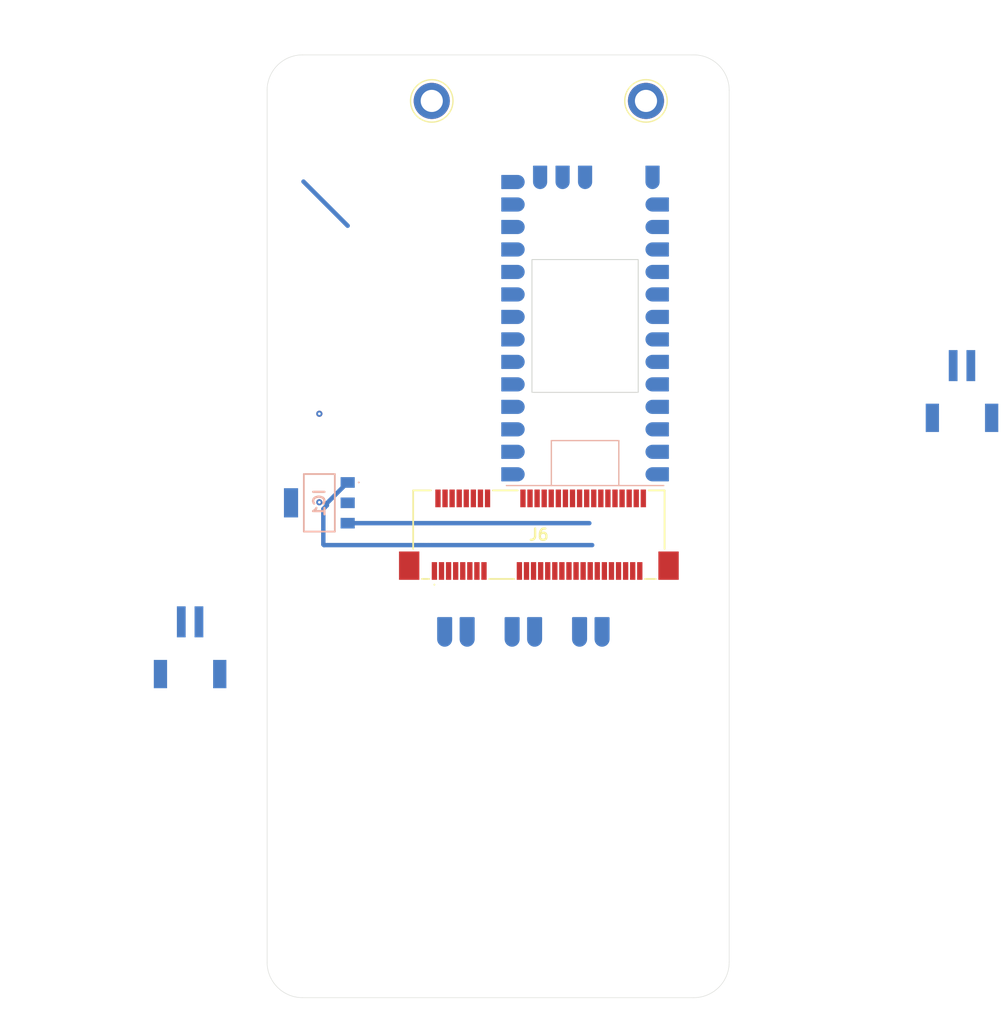
<source format=kicad_pcb>
(kicad_pcb (version 20241229) (generator "pcbnew") (generator_version "9.0")
  (layers (0 "F.Cu" signal) (4 "In1.Cu" power) (6 "In2.Cu" power) (2 "B.Cu" signal) (13 "F.Paste" user) (15 "B.Paste" user) (5 "F.SilkS" user "F.Silkscreen") (7 "B.SilkS" user "B.Silkscreen") (1 "F.Mask" user) (3 "B.Mask" user) (25 "Edge.Cuts" user))
  (net 0 "")
  (net 1 "GND")
  (net 2 "+5V")
  (net 3 "+3.3V")
  (net 4 "/VBAT")
  (net 7 "/PWR_EN")
  (net 8 "/VBUS")
  (net 28 "/SX1261_BUSY")
  (net 29 "/SX1261_NSS")
  (net 30 "/SX1261_DIO2")
  (net 31 "/SX1261_DIO1")
  (net 32 "/HOST_MOSI")
  (net 33 "/RESET_GPS")
  (net 34 "/SX1303_GPIO6")
  (net 35 "/SX1303_GPIO8")
  (net 36 "/HOST_SCK")
  (net 37 "/HOST_MISO")
  (net 38 "/STANDBY_GPS")
  (net 39 "/GPS_RX")
  (net 40 "/GPS_TX")
  (net 41 "/HOST_CSN")
  (net 42 "/SX1261_NRESET")
  (net 70 "Net-(J6-Pad19)")
  (net 71 "Net-(J6-Pad22)")
  (footprint "TF:MountingHole_4mm_t4" (layer "F.Cu") (at 52.4 45.3)
    (property "Reference" "H5" (hide yes))
    (property "Value" "MountingHole" (hide yes))
    (pad "" np_thru_hole circle (at 0 0) (size 4 4) (drill 4) (layers "*.Cu" "*.Mask"))
  )
  (footprint "TF:MountingHole_4mm_t4" (layer "F.Cu") (at 62.1 96.8)
    (property "Reference" "H7" (hide yes))
    (property "Value" "MountingHole" (hide yes))
    (pad "" np_thru_hole circle (at 0 0) (size 4 4) (drill 4) (layers "*.Cu" "*.Mask"))
  )
  (footprint "NT4R1600:JAE_Electronics-NT4R1600-MFG" (layer "F.Cu") (at 98.4 46.5)
    (property "Reference" "REF**" (hide yes))
    (property "Value" "")
    (fp_circle (center 0 0) (end 2.4 0) (stroke (width 0.15)) (fill no) (layer "F.SilkS"))
    (pad "1" thru_hole circle (at 0 0) (size 4.08 4.08) (drill 2.5) (layers "*.Cu"))
  )
  (footprint "TF:MountingHole_4mm_t4" (layer "F.Cu") (at 125.7 124.7)
    (property "Reference" "H8" (hide yes))
    (property "Value" "MountingHole" (hide yes))
    (pad "" np_thru_hole circle (at 0 0) (size 4 4) (drill 4) (layers "*.Cu" "*.Mask"))
  )
  (footprint "NT4R1600:JAE_Electronics-NT4R1600-MFG" (layer "F.Cu") (at 122.6 46.5)
    (property "Reference" "REF**" (hide yes))
    (property "Value" "")
    (fp_circle (center 0 0) (end 2.4 0) (stroke (width 0.15)) (fill no) (layer "F.SilkS"))
    (pad "1" thru_hole circle (at 0 0) (size 4.08 4.08) (drill 2.5) (layers "*.Cu"))
  )
  (footprint "MM60-52B1-E1-R650:MM6052B1E1R650" (layer "F.Cu") (at 110.5 95.5)
    (property "Reference" "J6" (at 0 0 0) (layer "F.SilkS") (effects (font (size 1.27 1.27) (thickness 0.254))))
    (property "Value" "MM60-52B1-E1-R650" (hide yes))
    (fp_line (start -14.2 -5) (end -12.2 -5) (stroke (width 0.2)) (layer "F.SilkS"))
    (fp_line (start -14.2 1.6) (end -14.2 -5) (stroke (width 0.2)) (layer "F.SilkS"))
    (fp_line (start -13.2 5) (end -12.4 5) (stroke (width 0.2)) (layer "F.SilkS"))
    (fp_line (start -11.8 5.6) (end -11.8 5.6) (stroke (width 0.1)) (layer "F.SilkS"))
    (fp_line (start -11.8 5.7) (end -11.8 5.7) (stroke (width 0.1)) (layer "F.SilkS"))
    (fp_line (start -5.6 5) (end -2.8 5) (stroke (width 0.2)) (layer "F.SilkS"))
    (fp_line (start -5.2 -5) (end -2.4 -5) (stroke (width 0.2)) (layer "F.SilkS"))
    (fp_line (start 12 5) (end 13.2 5) (stroke (width 0.2)) (layer "F.SilkS"))
    (fp_line (start 14.2 -5) (end 12.4 -5) (stroke (width 0.2)) (layer "F.SilkS"))
    (fp_line (start 14.2 1.6) (end 14.2 -5) (stroke (width 0.2)) (layer "F.SilkS"))
    (fp_arc (start -11.8 5.6) (mid -11.75 5.65) (end -11.8 5.7) (stroke (width 0.1)) (layer "F.SilkS"))
    (fp_arc (start -11.8 5.7) (mid -11.85 5.65) (end -11.8 5.6) (stroke (width 0.1)) (layer "F.SilkS"))
    (pad "" np_thru_hole circle (at -12.5 0) (size 1.6 1.6) (drill 1.6) (layers "*.Cu" "*.Mask"))
    (pad "" np_thru_hole circle (at 12.5 0) (size 1.1 1.1) (drill 1.1) (layers "*.Cu" "*.Mask"))
    (pad "1" smd rect (at -11.8 4.1) (size 0.6 2) (layers "F.Cu" "F.Mask" "F.Paste") (net 28 "/SX1261_BUSY"))
    (pad "2" smd rect (at -11.4 -4.1) (size 0.6 2) (layers "F.Cu" "F.Mask" "F.Paste") (net 3 "+3.3V"))
    (pad "3" smd rect (at -11 4.1) (size 0.6 2) (layers "F.Cu" "F.Mask" "F.Paste") (net 31 "/SX1261_DIO1"))
    (pad "4" smd rect (at -10.6 -4.1) (size 0.6 2) (layers "F.Cu" "F.Mask" "F.Paste") (net 1 "GND"))
    (pad "5" smd rect (at -10.2 4.1) (size 0.6 2) (layers "F.Cu" "F.Mask" "F.Paste") (net 30 "/SX1261_DIO2"))
    (pad "6" smd rect (at -9.8 -4.1) (size 0.6 2) (layers "F.Cu" "F.Mask" "F.Paste") (net 34 "/SX1303_GPIO6"))
    (pad "7" smd rect (at -9.4 4.1) (size 0.6 2) (layers "F.Cu" "F.Mask" "F.Paste") (net 29 "/SX1261_NSS"))
    (pad "8" smd rect (at -9 -4.1) (size 0.6 2) (layers "F.Cu" "F.Mask" "F.Paste"))
    (pad "9" smd rect (at -8.6 4.1) (size 0.6 2) (layers "F.Cu" "F.Mask" "F.Paste") (net 1 "GND"))
    (pad "10" smd rect (at -8.2 -4.1) (size 0.6 2) (layers "F.Cu" "F.Mask" "F.Paste"))
    (pad "11" smd rect (at -7.8 4.1) (size 0.6 2) (layers "F.Cu" "F.Mask" "F.Paste") (net 42 "/SX1261_NRESET"))
    (pad "12" smd rect (at -7.4 -4.1) (size 0.6 2) (layers "F.Cu" "F.Mask" "F.Paste"))
    (pad "13" smd rect (at -7 4.1) (size 0.6 2) (layers "F.Cu" "F.Mask" "F.Paste") (net 42 "/SX1261_NRESET"))
    (pad "14" smd rect (at -6.6 -4.1) (size 0.6 2) (layers "F.Cu" "F.Mask" "F.Paste"))
    (pad "15" smd rect (at -6.2 4.1) (size 0.6 2) (layers "F.Cu" "F.Mask" "F.Paste") (net 1 "GND"))
    (pad "16" smd rect (at -5.8 -4.1) (size 0.6 2) (layers "F.Cu" "F.Mask" "F.Paste"))
    (pad "17" smd rect (at -2.2 4.1) (size 0.6 2) (layers "F.Cu" "F.Mask" "F.Paste"))
    (pad "18" smd rect (at -1.8 -4.1) (size 0.6 2) (layers "F.Cu" "F.Mask" "F.Paste") (net 1 "GND"))
    (pad "19" smd rect (at -1.4 4.1) (size 0.6 2) (layers "F.Cu" "F.Mask" "F.Paste") (net 70 "Net-(J6-Pad19)"))
    (pad "20" smd rect (at -1 -4.1) (size 0.6 2) (layers "F.Cu" "F.Mask" "F.Paste"))
    (pad "21" smd rect (at -0.6 4.1) (size 0.6 2) (layers "F.Cu" "F.Mask" "F.Paste") (net 1 "GND"))
    (pad "22" smd rect (at -0.2 -4.1) (size 0.6 2) (layers "F.Cu" "F.Mask" "F.Paste") (net 71 "Net-(J6-Pad22)"))
    (pad "23" smd rect (at 0.2 4.1) (size 0.6 2) (layers "F.Cu" "F.Mask" "F.Paste") (net 33 "/RESET_GPS"))
    (pad "24" smd rect (at 0.6 -4.1) (size 0.6 2) (layers "F.Cu" "F.Mask" "F.Paste") (net 3 "+3.3V"))
    (pad "25" smd rect (at 1 4.1) (size 0.6 2) (layers "F.Cu" "F.Mask" "F.Paste") (net 38 "/STANDBY_GPS"))
    (pad "26" smd rect (at 1.4 -4.1) (size 0.6 2) (layers "F.Cu" "F.Mask" "F.Paste") (net 1 "GND"))
    (pad "27" smd rect (at 1.8 4.1) (size 0.6 2) (layers "F.Cu" "F.Mask" "F.Paste") (net 1 "GND"))
    (pad "28" smd rect (at 2.2 -4.1) (size 0.6 2) (layers "F.Cu" "F.Mask" "F.Paste") (net 35 "/SX1303_GPIO8"))
    (pad "29" smd rect (at 2.6 4.1) (size 0.6 2) (layers "F.Cu" "F.Mask" "F.Paste") (net 1 "GND"))
    (pad "30" smd rect (at 3 -4.1) (size 0.6 2) (layers "F.Cu" "F.Mask" "F.Paste"))
    (pad "31" smd rect (at 3.4 4.1) (size 0.6 2) (layers "F.Cu" "F.Mask" "F.Paste") (net 39 "/GPS_RX"))
    (pad "32" smd rect (at 3.8 -4.1) (size 0.6 2) (layers "F.Cu" "F.Mask" "F.Paste"))
    (pad "33" smd rect (at 4.2 4.1) (size 0.6 2) (layers "F.Cu" "F.Mask" "F.Paste") (net 40 "/GPS_TX"))
    (pad "34" smd rect (at 4.6 -4.1) (size 0.6 2) (layers "F.Cu" "F.Mask" "F.Paste") (net 1 "GND"))
    (pad "35" smd rect (at 5 4.1) (size 0.6 2) (layers "F.Cu" "F.Mask" "F.Paste") (net 1 "GND"))
    (pad "36" smd rect (at 5.4 -4.1) (size 0.6 2) (layers "F.Cu" "F.Mask" "F.Paste"))
    (pad "37" smd rect (at 5.8 4.1) (size 0.6 2) (layers "F.Cu" "F.Mask" "F.Paste") (net 1 "GND"))
    (pad "38" smd rect (at 6.2 -4.1) (size 0.6 2) (layers "F.Cu" "F.Mask" "F.Paste"))
    (pad "39" smd rect (at 6.6 4.1) (size 0.6 2) (layers "F.Cu" "F.Mask" "F.Paste") (net 3 "+3.3V"))
    (pad "40" smd rect (at 7 -4.1) (size 0.6 2) (layers "F.Cu" "F.Mask" "F.Paste") (net 1 "GND"))
    (pad "41" smd rect (at 7.4 4.1) (size 0.6 2) (layers "F.Cu" "F.Mask" "F.Paste") (net 3 "+3.3V"))
    (pad "42" smd rect (at 7.8 -4.1) (size 0.6 2) (layers "F.Cu" "F.Mask" "F.Paste"))
    (pad "43" smd rect (at 8.2 4.1) (size 0.6 2) (layers "F.Cu" "F.Mask" "F.Paste") (net 1 "GND"))
    (pad "44" smd rect (at 8.6 -4.1) (size 0.6 2) (layers "F.Cu" "F.Mask" "F.Paste"))
    (pad "45" smd rect (at 9 4.1) (size 0.6 2) (layers "F.Cu" "F.Mask" "F.Paste") (net 36 "/HOST_SCK"))
    (pad "46" smd rect (at 9.4 -4.1) (size 0.6 2) (layers "F.Cu" "F.Mask" "F.Paste"))
    (pad "47" smd rect (at 9.8 4.1) (size 0.6 2) (layers "F.Cu" "F.Mask" "F.Paste") (net 37 "/HOST_MISO"))
    (pad "48" smd rect (at 10.2 -4.1) (size 0.6 2) (layers "F.Cu" "F.Mask" "F.Paste"))
    (pad "49" smd rect (at 10.6 4.1) (size 0.6 2) (layers "F.Cu" "F.Mask" "F.Paste") (net 32 "/HOST_MOSI"))
    (pad "50" smd rect (at 11 -4.1) (size 0.6 2) (layers "F.Cu" "F.Mask" "F.Paste") (net 1 "GND"))
    (pad "51" smd rect (at 11.4 4.1) (size 0.6 2) (layers "F.Cu" "F.Mask" "F.Paste") (net 41 "/HOST_CSN"))
    (pad "52" smd rect (at 11.8 -4.1) (size 0.6 2) (layers "F.Cu" "F.Mask" "F.Paste") (net 3 "+3.3V"))
    (pad "MP1" smd rect (at -14.65 3.5) (size 2.3 3.2) (layers "F.Cu" "F.Mask" "F.Paste") (net 1 "GND"))
    (pad "MP2" smd rect (at 14.65 3.5) (size 2.3 3.2) (layers "F.Cu" "F.Mask" "F.Paste") (net 1 "GND"))
  )
  (footprint "TF:MountingHole_4mm_t4" (layer "F.Cu") (at 156.9 45.3)
    (property "Reference" "H6" (hide yes))
    (property "Value" "MountingHole" (hide yes))
    (pad "" np_thru_hole circle (at 0 0) (size 4 4) (drill 4) (layers "*.Cu" "*.Mask"))
  )
  (footprint "JST2pin:CONN_S2B-PH-SM4-TB_JST_mod2" (layer "B.Cu") (at 158.299999 79.3553 180)
    (property "Reference" "J3" (hide yes))
    (property "Value" "S2B-PH-SM4-TB" (hide yes))
    (pad "1" smd rect (at -1.000001 2.9553 180) (size 0.9906 3.5052) (layers "B.Cu" "B.Mask" "B.Paste") (net 1 "GND"))
    (pad "2" smd rect (at 1.000001 2.9553 180) (size 0.9906 3.5052) (layers "B.Cu" "B.Mask" "B.Paste") (net 8 "/VBUS"))
    (pad "3" smd rect (at -3.350001 -2.9447 180) (size 1.4986 3.2) (layers "B.Cu" "B.Mask" "B.Paste"))
    (pad "4" smd rect (at 3.350001 -2.9447 180) (size 1.4986 3.2) (layers "B.Cu" "B.Mask" "B.Paste"))
  )
  (footprint "JST2pin:CONN_S2B-PH-SM4-TB_JST_mod2" (layer "B.Cu") (at 71.1 108.301903 180)
    (property "Reference" "J4" (hide yes))
    (property "Value" "S2B-PH-SM4-TB" (hide yes))
    (pad "1" smd rect (at -1.000001 2.9553 180) (size 0.9906 3.5052) (layers "B.Cu" "B.Mask" "B.Paste") (net 1 "GND"))
    (pad "2" smd rect (at 1.000001 2.9553 180) (size 0.9906 3.5052) (layers "B.Cu" "B.Mask" "B.Paste") (net 4 "/VBAT"))
    (pad "3" smd rect (at -3.350001 -2.9447 180) (size 1.4986 3.2) (layers "B.Cu" "B.Mask" "B.Paste"))
    (pad "4" smd rect (at 3.350001 -2.9447 180) (size 1.4986 3.2) (layers "B.Cu" "B.Mask" "B.Paste"))
  )
  (footprint "AP7361C-33E-13:AP7361C33E13" (layer "B.Cu") (at 85.7 91.9 -90)
    (property "Reference" "IC1" (at 0 0 90) (layer "B.SilkS") (effects (font (size 1.27 1.27) (thickness 0.254)) (justify mirror)))
    (property "Value" "AP7361C-33E-13" (hide yes))
    (fp_line (start -3.25 1.75) (end 3.25 1.75) (stroke (width 0.2)) (layer "B.SilkS"))
    (fp_line (start 3.25 1.75) (end 3.25 -1.75) (stroke (width 0.2)) (layer "B.SilkS"))
    (fp_line (start -3.25 -1.75) (end -3.25 1.75) (stroke (width 0.2)) (layer "B.SilkS"))
    (fp_line (start 3.25 -1.75) (end -3.25 -1.75) (stroke (width 0.2)) (layer "B.SilkS"))
    (fp_line (start -2.3 -4.4) (end -2.3 -4.4) (stroke (width 0.1)) (layer "B.SilkS"))
    (fp_line (start -2.3 -4.5) (end -2.3 -4.5) (stroke (width 0.1)) (layer "B.SilkS"))
    (fp_arc (start -2.3 -4.4) (mid -2.35 -4.45) (end -2.3 -4.5) (stroke (width 0.1)) (layer "B.SilkS"))
    (fp_arc (start -2.3 -4.5) (mid -2.25 -4.45) (end -2.3 -4.4) (stroke (width 0.1)) (layer "B.SilkS"))
    (pad "1" smd rect (at -2.3 -3.2 270) (size 1.2 1.6) (layers "B.Cu" "B.Mask" "B.Paste") (net 2 "+5V"))
    (pad "2" smd rect (at 0 -3.2 270) (size 1.2 1.6) (layers "B.Cu" "B.Mask" "B.Paste"))
    (pad "3" smd rect (at 2.3 -3.2 270) (size 1.2 1.6) (layers "B.Cu" "B.Mask" "B.Paste") (net 3 "+3.3V"))
    (pad "4" smd rect (at 0 3.2 180) (size 1.6 3.3) (layers "B.Cu" "B.Mask" "B.Paste"))
  )
  (footprint "teensy:Teensy40_smd_mod_receiver" (layer "B.Cu") (at 115.72 72.17 90)
    (property "Reference" "U1" (hide yes))
    (property "Value" "Teensy4.0" (hide yes))
    (fp_line (start -17.78 -8.89) (end -17.78 8.89) (stroke (width 0.15)) (layer "B.SilkS"))
    (fp_line (start -12.7 -3.81) (end -17.78 -3.81) (stroke (width 0.15)) (layer "B.SilkS"))
    (fp_line (start -12.7 -3.81) (end -12.7 3.81) (stroke (width 0.15)) (layer "B.SilkS"))
    (fp_line (start -12.7 3.81) (end -17.78 3.81) (stroke (width 0.15)) (layer "B.SilkS"))
    (fp_rect (start -7.25 6) (end 7.75 -6) (stroke (width 0.1)) (fill no) (layer "Edge.Cuts"))
    (pad "1" smd custom (at -16.51 -7.62 270) (size 1.6 1.6) (layers "B.Cu" "B.Mask" "B.Paste") (options (clearance outline) (anchor circle)) (primitives (gr_rect (start -0.75 0) (end 0.75 1.8) (width 0.1) (fill yes))))
    (pad "2" smd custom (at -13.97 -7.62 270) (size 1.6 1.6) (layers "B.Cu" "B.Mask" "B.Paste") (options (clearance outline) (anchor circle)) (primitives (gr_rect (start -0.75 0) (end 0.75 1.8) (width 0.1) (fill yes))))
    (pad "3" smd custom (at -11.43 -7.62 270) (size 1.6 1.6) (layers "B.Cu" "B.Mask" "B.Paste") (options (clearance outline) (anchor circle)) (primitives (gr_rect (start -0.75 0) (end 0.75 1.8) (width 0.1) (fill yes))))
    (pad "4" smd custom (at -8.89 -7.62 270) (size 1.6 1.6) (layers "B.Cu" "B.Mask" "B.Paste") (options (clearance outline) (anchor circle)) (primitives (gr_rect (start -0.75 0) (end 0.75 1.8) (width 0.1) (fill yes))))
    (pad "5" smd custom (at -6.35 -7.62 270) (size 1.6 1.6) (layers "B.Cu" "B.Mask" "B.Paste") (options (clearance outline) (anchor circle)) (primitives (gr_rect (start -0.75 0) (end 0.75 1.8) (width 0.1) (fill yes))))
    (pad "6" smd custom (at -3.81 -7.62 270) (size 1.6 1.6) (layers "B.Cu" "B.Mask" "B.Paste") (options (clearance outline) (anchor circle)) (primitives (gr_rect (start -0.75 0) (end 0.75 1.8) (width 0.1) (fill yes))))
    (pad "7" smd custom (at -1.27 -7.62 270) (size 1.6 1.6) (layers "B.Cu" "B.Mask" "B.Paste") (options (clearance outline) (anchor circle)) (primitives (gr_rect (start -0.75 0) (end 0.75 1.8) (width 0.1) (fill yes))))
    (pad "8" smd custom (at 1.27 -7.62 270) (size 1.6 1.6) (layers "B.Cu" "B.Mask" "B.Paste") (options (clearance outline) (anchor circle)) (primitives (gr_rect (start -0.75 0) (end 0.75 1.8) (width 0.1) (fill yes))))
    (pad "9" smd custom (at 3.81 -7.62 270) (size 1.6 1.6) (layers "B.Cu" "B.Mask" "B.Paste") (options (clearance outline) (anchor circle)) (primitives (gr_rect (start -0.75 0) (end 0.75 1.8) (width 0.1) (fill yes))))
    (pad "10" smd custom (at 6.35 -7.62 270) (size 1.6 1.6) (layers "B.Cu" "B.Mask" "B.Paste") (options (clearance outline) (anchor circle)) (primitives (gr_rect (start -0.75 0) (end 0.75 1.8) (width 0.1) (fill yes))))
    (pad "11" smd custom (at 8.89 -7.62 270) (size 1.6 1.6) (layers "B.Cu" "B.Mask" "B.Paste") (options (clearance outline) (anchor circle)) (primitives (gr_rect (start -0.75 0) (end 0.75 1.8) (width 0.1) (fill yes))))
    (pad "12" smd custom (at 11.43 -7.62 270) (size 1.6 1.6) (layers "B.Cu" "B.Mask" "B.Paste") (net 41 "/HOST_CSN") (options (clearance outline) (anchor circle)) (primitives (gr_rect (start -0.75 0) (end 0.75 1.8) (width 0.1) (fill yes))))
    (pad "13" smd custom (at 13.97 -7.62 270) (size 1.6 1.6) (layers "B.Cu" "B.Mask" "B.Paste") (net 32 "/HOST_MOSI") (options (clearance outline) (anchor circle)) (primitives (gr_rect (start -0.75 0) (end 0.75 1.8) (width 0.1) (fill yes))))
    (pad "14" smd custom (at 16.51 -7.62 270) (size 1.6 1.6) (layers "B.Cu" "B.Mask" "B.Paste") (net 37 "/HOST_MISO") (options (clearance outline) (anchor circle)) (primitives (gr_rect (start -0.75 0) (end 0.75 1.8) (width 0.1) (fill yes))))
    (pad "15" smd custom (at 16.51 -5.08 180) (size 1.6 1.6) (layers "B.Cu" "B.Mask" "B.Paste") (options (clearance outline) (anchor circle)) (primitives (gr_rect (start -0.75 0) (end 0.75 1.8) (width 0.1) (fill yes))))
    (pad "16" smd custom (at 16.51 -2.54 180) (size 1.6 1.6) (layers "B.Cu" "B.Mask" "B.Paste") (options (clearance outline) (anchor circle)) (primitives (gr_rect (start -0.75 0) (end 0.75 1.8) (width 0.1) (fill yes))))
    (pad "17" smd custom (at 16.51 0 180) (size 1.6 1.6) (layers "B.Cu" "B.Mask" "B.Paste") (options (clearance outline) (anchor circle)) (primitives (gr_rect (start -0.75 0) (end 0.75 1.8) (width 0.1) (fill yes))))
    (pad "20" smd custom (at 16.51 7.62 180) (size 1.6 1.6) (layers "B.Cu" "B.Mask" "B.Paste") (net 36 "/HOST_SCK") (options (clearance outline) (anchor circle)) (primitives (gr_rect (start -0.75 0) (end 0.75 1.8) (width 0.1) (fill yes))))
    (pad "21" smd custom (at 13.97 7.62 90) (size 1.6 1.6) (layers "B.Cu" "B.Mask" "B.Paste") (options (clearance outline) (anchor circle)) (primitives (gr_rect (start -0.75 0) (end 0.75 1.8) (width 0.1) (fill yes))))
    (pad "22" smd custom (at 11.43 7.62 90) (size 1.6 1.6) (layers "B.Cu" "B.Mask" "B.Paste") (options (clearance outline) (anchor circle)) (primitives (gr_rect (start -0.75 0) (end 0.75 1.8) (width 0.1) (fill yes))))
    (pad "23" smd custom (at 8.89 7.62 90) (size 1.6 1.6) (layers "B.Cu" "B.Mask" "B.Paste") (options (clearance outline) (anchor circle)) (primitives (gr_rect (start -0.75 0) (end 0.75 1.8) (width 0.1) (fill yes))))
    (pad "24" smd custom (at 6.35 7.62 90) (size 1.6 1.6) (layers "B.Cu" "B.Mask" "B.Paste") (options (clearance outline) (anchor circle)) (primitives (gr_rect (start -0.75 0) (end 0.75 1.8) (width 0.1) (fill yes))))
    (pad "25" smd custom (at 3.81 7.62 90) (size 1.6 1.6) (layers "B.Cu" "B.Mask" "B.Paste") (options (clearance outline) (anchor circle)) (primitives (gr_rect (start -0.75 0) (end 0.75 1.8) (width 0.1) (fill yes))))
    (pad "26" smd custom (at 1.27 7.62 90) (size 1.6 1.6) (layers "B.Cu" "B.Mask" "B.Paste") (options (clearance outline) (anchor circle)) (primitives (gr_rect (start -0.75 0) (end 0.75 1.8) (width 0.1) (fill yes))))
    (pad "27" smd custom (at -1.27 7.62 90) (size 1.6 1.6) (layers "B.Cu" "B.Mask" "B.Paste") (options (clearance outline) (anchor circle)) (primitives (gr_rect (start -0.75 0) (end 0.75 1.8) (width 0.1) (fill yes))))
    (pad "28" smd custom (at -3.81 7.62 90) (size 1.6 1.6) (layers "B.Cu" "B.Mask" "B.Paste") (options (clearance outline) (anchor circle)) (primitives (gr_rect (start -0.75 0) (end 0.75 1.8) (width 0.1) (fill yes))))
    (pad "29" smd custom (at -6.35 7.62 90) (size 1.6 1.6) (layers "B.Cu" "B.Mask" "B.Paste") (options (clearance outline) (anchor circle)) (primitives (gr_rect (start -0.75 0) (end 0.75 1.8) (width 0.1) (fill yes))))
    (pad "30" smd custom (at -8.89 7.62 90) (size 1.6 1.6) (layers "B.Cu" "B.Mask" "B.Paste") (options (clearance outline) (anchor circle)) (primitives (gr_rect (start -0.75 0) (end 0.75 1.8) (width 0.1) (fill yes))))
    (pad "31" smd custom (at -11.43 7.62 90) (size 1.6 1.6) (layers "B.Cu" "B.Mask" "B.Paste") (options (clearance outline) (anchor circle)) (primitives (gr_rect (start -0.75 0) (end 0.75 1.8) (width 0.1) (fill yes))))
    (pad "32" smd custom (at -13.97 7.62 90) (size 1.6 1.6) (layers "B.Cu" "B.Mask" "B.Paste") (options (clearance outline) (anchor circle)) (primitives (gr_rect (start -0.75 0) (end 0.75 1.8) (width 0.1) (fill yes))))
    (pad "33" smd custom (at -16.51 7.62 90) (size 1.6 1.6) (layers "B.Cu" "B.Mask" "B.Paste") (options (clearance outline) (anchor circle)) (primitives (gr_rect (start -0.75 0) (end 0.75 1.8) (width 0.1) (fill yes))))
  )
  (footprint "adafruit:adafruit powerboost 1000 5pinpads" (layer "B.Cu") (at 99.8585 107.308)
    (property "Reference" "J2" (hide yes))
    (property "Value" "adafruitpwr1000" (hide yes))
    (pad "" np_thru_hole circle (at -10.287 1.254) (size 2.5 2.5) (drill 2.75) (layers "F&B.Cu" "*.Mask"))
    (pad "" np_thru_hole circle (at -10.287 19.034) (size 2.5 2.5) (drill 2.75) (layers "F&B.Cu" "*.Mask"))
    (pad "" np_thru_hole circle (at 21.07 3.91) (size 2.5 2.5) (drill 2.75) (layers "F&B.Cu" "*.Mask"))
    (pad "" np_thru_hole circle (at 21.07 17.016) (size 2.5 2.5) (drill 2.75) (layers "F&B.Cu" "*.Mask"))
    (pad "1" smd custom (at 0 0 270) (size 1.7 1.7) (layers "B.Cu" "B.Mask" "B.Paste") (net 8 "/VBUS") (options (clearance outline) (anchor circle)) (primitives (gr_rect (start -2.4 -0.75) (end 0 0.75) (width 0.2) (fill yes))))
    (pad "2" smd custom (at 2.54 0 270) (size 1.7 1.7) (layers "B.Cu" "B.Mask" "B.Paste") (options (clearance outline) (anchor circle)) (primitives (gr_rect (start -2.4 -0.75) (end 0 0.75) (width 0.2) (fill yes))))
    (pad "4" smd custom (at 7.62 0 270) (size 1.7 1.7) (layers "B.Cu" "B.Mask" "B.Paste") (net 7 "/PWR_EN") (options (clearance outline) (anchor circle)) (primitives (gr_rect (start -2.4 -0.75) (end 0 0.75) (width 0.2) (fill yes))))
    (pad "5" smd custom (at 10.16 0 270) (size 1.7 1.7) (layers "B.Cu" "B.Mask" "B.Paste") (net 1 "GND") (options (clearance outline) (anchor circle)) (primitives (gr_rect (start -2.4 -0.75) (end 0 0.75) (width 0.2) (fill yes))))
    (pad "7" smd custom (at 15.24 0 270) (size 1.7 1.7) (layers "B.Cu" "B.Mask" "B.Paste") (net 1 "GND") (options (clearance outline) (anchor circle)) (primitives (gr_rect (start -2.4 -0.75) (end 0 0.75) (width 0.2) (fill yes))))
    (pad "8" smd custom (at 17.78 0 270) (size 1.7 1.7) (layers "B.Cu" "B.Mask" "B.Paste") (net 2 "+5V") (options (clearance outline) (anchor circle)) (primitives (gr_rect (start -2.4 -0.75) (end 0 0.75) (width 0.2) (fill yes))))
  )
  (gr_arc (start 128 41.3) (mid 130.828427 42.471573) (end 132 45.3) (stroke (width 0.05)) (layer "Edge.Cuts"))
  (gr_line (start 79.801903 108.301903) (end 79.8 45.3) (stroke (width 0.05)) (layer "Edge.Cuts"))
  (gr_arc (start 83.8 147.8) (mid 80.971573 146.628427) (end 79.8 143.8) (stroke (width 0.05)) (layer "Edge.Cuts"))
  (gr_arc (start 132 143.8) (mid 130.828427 146.628427) (end 128 147.8) (stroke (width 0.05)) (layer "Edge.Cuts"))
  (gr_line (start 128 147.8) (end 83.8 147.8) (stroke (width 0.05)) (layer "Edge.Cuts"))
  (gr_line (start 132 45.3) (end 132 143.8) (stroke (width 0.05)) (layer "Edge.Cuts"))
  (gr_line (start 83.8 41.3) (end 128 41.3) (stroke (width 0.05)) (layer "Edge.Cuts"))
  (gr_arc (start 79.8 45.3) (mid 80.971573 42.471573) (end 83.8 41.3) (stroke (width 0.05)) (layer "Edge.Cuts"))
  (gr_line (start 79.8 143.8) (end 79.801903 108.301903) (stroke (width 0.05)) (layer "Edge.Cuts"))
  (via (at 85.7 81.84) (size 0.7) (drill 0.3) (layers "F.Cu" "B.Cu") (net 1))
  (via (at 85.7 91.84) (size 0.7) (drill 0.3) (layers "F.Cu" "B.Cu") (net 1))
  (segment (start 88.9 89.6) (end 86.551 91.949) (width 0.5) (layer "B.Cu") (net 2))
  (segment (start 86.551 91.949) (end 86.551 92.192496) (width 0.5) (layer "B.Cu") (net 2))
  (segment (start 83.908 55.6115) (end 88.9 60.6035) (width 0.5) (layer "B.Cu") (net 2))
  (segment (start 86.228 96.678) (end 116.522 96.678) (width 0.5) (layer "B.Cu") (net 2))
  (segment (start 86.551 92.192496) (end 86.15 92.593496) (width 0.5) (layer "B.Cu") (net 2))
  (segment (start 86.15 92.593496) (end 86.15 96.6) (width 0.5) (layer "B.Cu") (net 2))
  (segment (start 86.15 96.6) (end 86.228 96.678) (width 0.5) (layer "B.Cu") (net 2))
  (segment (start 88.9 94.2) (end 116.2 94.2) (width 0.5) (layer "B.Cu") (net 3))
)
</source>
